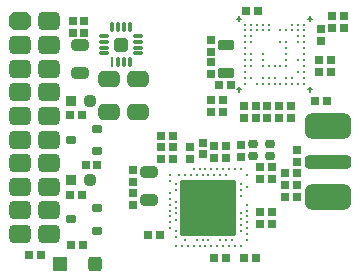
<source format=gbr>
%TF.GenerationSoftware,Altium Limited,Altium Designer,24.3.1 (35)*%
G04 Layer_Color=8388736*
%FSLAX45Y45*%
%MOMM*%
%TF.SameCoordinates,49A6F1C3-9DA9-4727-8ECF-3BB51FF8743F*%
%TF.FilePolarity,Negative*%
%TF.FileFunction,Soldermask,Top*%
%TF.Part,Single*%
G01*
G75*
%TA.AperFunction,BGAPad,CuDef*%
%ADD14C,0.26000*%
%TA.AperFunction,NonConductor*%
%ADD41C,0.15000*%
%TA.AperFunction,ConnectorPad*%
G04:AMPARAMS|DCode=60|XSize=2.15mm|YSize=3.95mm|CornerRadius=0.575mm|HoleSize=0mm|Usage=FLASHONLY|Rotation=270.000|XOffset=0mm|YOffset=0mm|HoleType=Round|Shape=RoundedRectangle|*
%AMROUNDEDRECTD60*
21,1,2.15000,2.80000,0,0,270.0*
21,1,1.00000,3.95000,0,0,270.0*
1,1,1.15000,-1.40000,-0.50000*
1,1,1.15000,-1.40000,0.50000*
1,1,1.15000,1.40000,0.50000*
1,1,1.15000,1.40000,-0.50000*
%
%ADD60ROUNDEDRECTD60*%
%TA.AperFunction,SMDPad,CuDef*%
G04:AMPARAMS|DCode=61|XSize=0.75mm|YSize=0.75mm|CornerRadius=0.225mm|HoleSize=0mm|Usage=FLASHONLY|Rotation=270.000|XOffset=0mm|YOffset=0mm|HoleType=Round|Shape=RoundedRectangle|*
%AMROUNDEDRECTD61*
21,1,0.75000,0.30000,0,0,270.0*
21,1,0.30000,0.75000,0,0,270.0*
1,1,0.45000,-0.15000,-0.15000*
1,1,0.45000,-0.15000,0.15000*
1,1,0.45000,0.15000,0.15000*
1,1,0.45000,0.15000,-0.15000*
%
%ADD61ROUNDEDRECTD61*%
%TA.AperFunction,ComponentPad*%
G04:AMPARAMS|DCode=62|XSize=1.55mm|YSize=1.85mm|CornerRadius=0mm|HoleSize=0mm|Usage=FLASHONLY|Rotation=270.000|XOffset=0mm|YOffset=0mm|HoleType=Round|Shape=Octagon|*
%AMOCTAGOND62*
4,1,8,0.92500,0.38750,0.92500,-0.38750,0.53750,-0.77500,-0.53750,-0.77500,-0.92500,-0.38750,-0.92500,0.38750,-0.53750,0.77500,0.53750,0.77500,0.92500,0.38750,0.0*
%
%ADD62OCTAGOND62*%

G04:AMPARAMS|DCode=63|XSize=1.55mm|YSize=1.85mm|CornerRadius=0.425mm|HoleSize=0mm|Usage=FLASHONLY|Rotation=270.000|XOffset=0mm|YOffset=0mm|HoleType=Round|Shape=RoundedRectangle|*
%AMROUNDEDRECTD63*
21,1,1.55000,1.00000,0,0,270.0*
21,1,0.70000,1.85000,0,0,270.0*
1,1,0.85000,-0.50000,-0.35000*
1,1,0.85000,-0.50000,0.35000*
1,1,0.85000,0.50000,0.35000*
1,1,0.85000,0.50000,-0.35000*
%
%ADD63ROUNDEDRECTD63*%
%TA.AperFunction,ConnectorPad*%
G04:AMPARAMS|DCode=102|XSize=1.15mm|YSize=3.95mm|CornerRadius=0.325mm|HoleSize=0mm|Usage=FLASHONLY|Rotation=270.000|XOffset=0mm|YOffset=0mm|HoleType=Round|Shape=RoundedRectangle|*
%AMROUNDEDRECTD102*
21,1,1.15000,3.30000,0,0,270.0*
21,1,0.50000,3.95000,0,0,270.0*
1,1,0.65000,-1.65000,-0.25000*
1,1,0.65000,-1.65000,0.25000*
1,1,0.65000,1.65000,0.25000*
1,1,0.65000,1.65000,-0.25000*
%
%ADD102ROUNDEDRECTD102*%
%TA.AperFunction,SMDPad,CuDef*%
G04:AMPARAMS|DCode=103|XSize=0.75mm|YSize=0.75mm|CornerRadius=0.225mm|HoleSize=0mm|Usage=FLASHONLY|Rotation=180.000|XOffset=0mm|YOffset=0mm|HoleType=Round|Shape=RoundedRectangle|*
%AMROUNDEDRECTD103*
21,1,0.75000,0.30000,0,0,180.0*
21,1,0.30000,0.75000,0,0,180.0*
1,1,0.45000,-0.15000,0.15000*
1,1,0.45000,0.15000,0.15000*
1,1,0.45000,0.15000,-0.15000*
1,1,0.45000,-0.15000,-0.15000*
%
%ADD103ROUNDEDRECTD103*%
G04:AMPARAMS|DCode=104|XSize=4.79mm|YSize=4.79mm|CornerRadius=0.2575mm|HoleSize=0mm|Usage=FLASHONLY|Rotation=0.000|XOffset=0mm|YOffset=0mm|HoleType=Round|Shape=RoundedRectangle|*
%AMROUNDEDRECTD104*
21,1,4.79000,4.27500,0,0,0.0*
21,1,4.27500,4.79000,0,0,0.0*
1,1,0.51500,2.13750,-2.13750*
1,1,0.51500,-2.13750,-2.13750*
1,1,0.51500,-2.13750,2.13750*
1,1,0.51500,2.13750,2.13750*
%
%ADD104ROUNDEDRECTD104*%
%TA.AperFunction,BGAPad,CuDef*%
%ADD105C,0.30000*%
%TA.AperFunction,SMDPad,CuDef*%
%ADD106O,0.16500X0.16560*%
%ADD107C,0.16500*%
G04:AMPARAMS|DCode=108|XSize=0.95mm|YSize=1.5mm|CornerRadius=0.275mm|HoleSize=0mm|Usage=FLASHONLY|Rotation=270.000|XOffset=0mm|YOffset=0mm|HoleType=Round|Shape=RoundedRectangle|*
%AMROUNDEDRECTD108*
21,1,0.95000,0.95000,0,0,270.0*
21,1,0.40000,1.50000,0,0,270.0*
1,1,0.55000,-0.47500,-0.20000*
1,1,0.55000,-0.47500,0.20000*
1,1,0.55000,0.47500,0.20000*
1,1,0.55000,0.47500,-0.20000*
%
%ADD108ROUNDEDRECTD108*%
G04:AMPARAMS|DCode=109|XSize=0.84mm|YSize=1.39mm|CornerRadius=0.22mm|HoleSize=0mm|Usage=FLASHONLY|Rotation=90.000|XOffset=0mm|YOffset=0mm|HoleType=Round|Shape=RoundedRectangle|*
%AMROUNDEDRECTD109*
21,1,0.84000,0.95000,0,0,90.0*
21,1,0.40000,1.39000,0,0,90.0*
1,1,0.44000,0.47500,0.20000*
1,1,0.44000,0.47500,-0.20000*
1,1,0.44000,-0.47500,-0.20000*
1,1,0.44000,-0.47500,0.20000*
%
%ADD109ROUNDEDRECTD109*%
%ADD110R,0.29000X0.81000*%
G04:AMPARAMS|DCode=111|XSize=0.29mm|YSize=0.81mm|CornerRadius=0.0875mm|HoleSize=0mm|Usage=FLASHONLY|Rotation=180.000|XOffset=0mm|YOffset=0mm|HoleType=Round|Shape=RoundedRectangle|*
%AMROUNDEDRECTD111*
21,1,0.29000,0.63500,0,0,180.0*
21,1,0.11500,0.81000,0,0,180.0*
1,1,0.17500,-0.05750,0.31750*
1,1,0.17500,0.05750,0.31750*
1,1,0.17500,0.05750,-0.31750*
1,1,0.17500,-0.05750,-0.31750*
%
%ADD111ROUNDEDRECTD111*%
G04:AMPARAMS|DCode=112|XSize=0.29mm|YSize=0.81mm|CornerRadius=0.0875mm|HoleSize=0mm|Usage=FLASHONLY|Rotation=90.000|XOffset=0mm|YOffset=0mm|HoleType=Round|Shape=RoundedRectangle|*
%AMROUNDEDRECTD112*
21,1,0.29000,0.63500,0,0,90.0*
21,1,0.11500,0.81000,0,0,90.0*
1,1,0.17500,0.31750,0.05750*
1,1,0.17500,0.31750,-0.05750*
1,1,0.17500,-0.31750,-0.05750*
1,1,0.17500,-0.31750,0.05750*
%
%ADD112ROUNDEDRECTD112*%
G04:AMPARAMS|DCode=113|XSize=1.19mm|YSize=1.19mm|CornerRadius=0.3125mm|HoleSize=0mm|Usage=FLASHONLY|Rotation=90.000|XOffset=0mm|YOffset=0mm|HoleType=Round|Shape=RoundedRectangle|*
%AMROUNDEDRECTD113*
21,1,1.19000,0.56500,0,0,90.0*
21,1,0.56500,1.19000,0,0,90.0*
1,1,0.62500,0.28250,0.28250*
1,1,0.62500,0.28250,-0.28250*
1,1,0.62500,-0.28250,-0.28250*
1,1,0.62500,-0.28250,0.28250*
%
%ADD113ROUNDEDRECTD113*%
G04:AMPARAMS|DCode=114|XSize=0.79mm|YSize=0.69mm|CornerRadius=0.1825mm|HoleSize=0mm|Usage=FLASHONLY|Rotation=0.000|XOffset=0mm|YOffset=0mm|HoleType=Round|Shape=RoundedRectangle|*
%AMROUNDEDRECTD114*
21,1,0.79000,0.32500,0,0,0.0*
21,1,0.42500,0.69000,0,0,0.0*
1,1,0.36500,0.21250,-0.16250*
1,1,0.36500,-0.21250,-0.16250*
1,1,0.36500,-0.21250,0.16250*
1,1,0.36500,0.21250,0.16250*
%
%ADD114ROUNDEDRECTD114*%
%TA.AperFunction,BGAPad,SMDef*%
%ADD115C,0.21000*%
%TA.AperFunction,BGAPad,CuDef*%
%ADD116C,0.29000*%
%ADD117C,0.16500*%
%TA.AperFunction,SMDPad,CuDef*%
G04:AMPARAMS|DCode=118|XSize=0.75mm|YSize=0.85mm|CornerRadius=0.225mm|HoleSize=0mm|Usage=FLASHONLY|Rotation=270.000|XOffset=0mm|YOffset=0mm|HoleType=Round|Shape=RoundedRectangle|*
%AMROUNDEDRECTD118*
21,1,0.75000,0.40000,0,0,270.0*
21,1,0.30000,0.85000,0,0,270.0*
1,1,0.45000,-0.20000,-0.15000*
1,1,0.45000,-0.20000,0.15000*
1,1,0.45000,0.20000,0.15000*
1,1,0.45000,0.20000,-0.15000*
%
%ADD118ROUNDEDRECTD118*%
%ADD119R,0.95000X0.95000*%
G04:AMPARAMS|DCode=120|XSize=0.95mm|YSize=0.95mm|CornerRadius=0.275mm|HoleSize=0mm|Usage=FLASHONLY|Rotation=90.000|XOffset=0mm|YOffset=0mm|HoleType=Round|Shape=RoundedRectangle|*
%AMROUNDEDRECTD120*
21,1,0.95000,0.40000,0,0,90.0*
21,1,0.40000,0.95000,0,0,90.0*
1,1,0.55000,0.20000,0.20000*
1,1,0.55000,0.20000,-0.20000*
1,1,0.55000,-0.20000,-0.20000*
1,1,0.55000,-0.20000,0.20000*
%
%ADD120ROUNDEDRECTD120*%
%ADD121R,1.25000X1.25000*%
G04:AMPARAMS|DCode=122|XSize=1.25mm|YSize=1.25mm|CornerRadius=0.35mm|HoleSize=0mm|Usage=FLASHONLY|Rotation=90.000|XOffset=0mm|YOffset=0mm|HoleType=Round|Shape=RoundedRectangle|*
%AMROUNDEDRECTD122*
21,1,1.25000,0.55000,0,0,90.0*
21,1,0.55000,1.25000,0,0,90.0*
1,1,0.70000,0.27500,0.27500*
1,1,0.70000,0.27500,-0.27500*
1,1,0.70000,-0.27500,-0.27500*
1,1,0.70000,-0.27500,0.27500*
%
%ADD122ROUNDEDRECTD122*%
G04:AMPARAMS|DCode=123|XSize=1.8mm|YSize=1.4mm|CornerRadius=0.3875mm|HoleSize=0mm|Usage=FLASHONLY|Rotation=180.000|XOffset=0mm|YOffset=0mm|HoleType=Round|Shape=RoundedRectangle|*
%AMROUNDEDRECTD123*
21,1,1.80000,0.62500,0,0,180.0*
21,1,1.02500,1.40000,0,0,180.0*
1,1,0.77500,-0.51250,0.31250*
1,1,0.77500,0.51250,0.31250*
1,1,0.77500,0.51250,-0.31250*
1,1,0.77500,-0.51250,-0.31250*
%
%ADD123ROUNDEDRECTD123*%
D14*
X2075000Y674999D02*
D03*
X1725000Y1074999D02*
D03*
X1825000Y424999D02*
D03*
X1925000D02*
D03*
X1975000D02*
D03*
X1575000D02*
D03*
X1525000D02*
D03*
X1775000Y1074999D02*
D03*
X1625000D02*
D03*
X2360000Y2250000D02*
D03*
X2410000D02*
D03*
X2460000D02*
D03*
X2410000Y2150000D02*
D03*
X2060000Y2100000D02*
D03*
X2560000D02*
D03*
X2060000Y2050000D02*
D03*
X2410000D02*
D03*
X2560000D02*
D03*
X2210000Y2000000D02*
D03*
X2410000D02*
D03*
X2560000D02*
D03*
X2210000Y1950000D02*
D03*
X2260000D02*
D03*
X2310000D02*
D03*
X2360000D02*
D03*
X2560000D02*
D03*
X2210000Y1850000D02*
D03*
X2260000D02*
D03*
X2310000D02*
D03*
X2160000Y1800000D02*
D03*
X2210000D02*
D03*
D41*
X2590000Y2350005D02*
X2630000D01*
X2609965Y2330000D02*
Y2370000D01*
X1990000Y1750005D02*
X2030000D01*
X2009965Y1730000D02*
Y1770000D01*
X1990000Y2350005D02*
X2030000D01*
X2009965Y2330000D02*
Y2370000D01*
X2590000Y1750005D02*
X2630000D01*
X2609965Y1730000D02*
Y1770000D01*
D60*
X2760000Y840000D02*
D03*
Y1440000D02*
D03*
D61*
X2190000Y1090000D02*
D03*
X2290000D02*
D03*
Y610000D02*
D03*
X2190000D02*
D03*
X2690000Y1900000D02*
D03*
X2790000D02*
D03*
X580000Y1530000D02*
D03*
X680000D02*
D03*
X2650000Y1650000D02*
D03*
X2750000D02*
D03*
X810000Y1110000D02*
D03*
X710000D02*
D03*
X2790000Y2000000D02*
D03*
X2690000D02*
D03*
X690000Y430000D02*
D03*
X590000D02*
D03*
X580000Y860000D02*
D03*
X680000D02*
D03*
X2400000Y1040000D02*
D03*
X2500000D02*
D03*
X2190000Y990000D02*
D03*
X2290000D02*
D03*
X2190000Y710000D02*
D03*
X2290000D02*
D03*
X1900000Y1169999D02*
D03*
X1800000D02*
D03*
X1900000Y1269999D02*
D03*
X1800000D02*
D03*
X2050000Y320000D02*
D03*
X2150000D02*
D03*
X1450000Y1360000D02*
D03*
X1350000D02*
D03*
X700000Y2230000D02*
D03*
X600000D02*
D03*
X700000Y2330000D02*
D03*
X600000D02*
D03*
X1940000Y1790000D02*
D03*
X1840000D02*
D03*
X2069800Y2415903D02*
D03*
X2169800D02*
D03*
X1800000Y320000D02*
D03*
X1900000D02*
D03*
X230000Y350000D02*
D03*
X330000D02*
D03*
X1340000Y519999D02*
D03*
X1240000D02*
D03*
D62*
X157000Y2326000D02*
D03*
D63*
Y2126000D02*
D03*
Y1926000D02*
D03*
Y1726000D02*
D03*
Y1526000D02*
D03*
Y1326000D02*
D03*
Y1126000D02*
D03*
X403000Y2326000D02*
D03*
Y2126000D02*
D03*
Y1926000D02*
D03*
Y1726000D02*
D03*
Y1526000D02*
D03*
Y1326000D02*
D03*
Y1126000D02*
D03*
X157000Y926000D02*
D03*
Y726000D02*
D03*
X403000Y926000D02*
D03*
Y726000D02*
D03*
X157000Y526000D02*
D03*
X403000D02*
D03*
D102*
X2760000Y1140000D02*
D03*
D103*
X2500000Y840000D02*
D03*
Y940000D02*
D03*
X2150000Y1510000D02*
D03*
Y1610000D02*
D03*
X2350000D02*
D03*
Y1510000D02*
D03*
X2050000D02*
D03*
Y1610000D02*
D03*
X2900000Y2370000D02*
D03*
Y2270000D02*
D03*
X2800000Y2370000D02*
D03*
Y2270000D02*
D03*
X2250000Y1610000D02*
D03*
Y1510000D02*
D03*
X2450000Y1610000D02*
D03*
Y1510000D02*
D03*
X1700000Y1299999D02*
D03*
Y1200000D02*
D03*
X1870000Y1660000D02*
D03*
Y1560000D02*
D03*
X2500000Y1140000D02*
D03*
Y1240000D02*
D03*
X2400000Y840000D02*
D03*
Y940000D02*
D03*
X1590000Y1160000D02*
D03*
Y1260000D02*
D03*
X1350000Y1160000D02*
D03*
Y1260000D02*
D03*
X1110000Y870000D02*
D03*
Y770000D02*
D03*
Y970000D02*
D03*
Y1069999D02*
D03*
X2030000Y1180000D02*
D03*
Y1280000D02*
D03*
X1450000Y1160000D02*
D03*
Y1260000D02*
D03*
X1770000Y1660000D02*
D03*
Y1560000D02*
D03*
X2700000Y2260000D02*
D03*
Y2160000D02*
D03*
X1770000Y1880000D02*
D03*
Y1980000D02*
D03*
Y2170000D02*
D03*
Y2070000D02*
D03*
D104*
X1750000Y749999D02*
D03*
D105*
X2075000Y524999D02*
D03*
X2024995Y599999D02*
D03*
X2075000Y924999D02*
D03*
Y774999D02*
D03*
Y724999D02*
D03*
Y624999D02*
D03*
Y574999D02*
D03*
X2025000Y949999D02*
D03*
Y899999D02*
D03*
Y849999D02*
D03*
Y649999D02*
D03*
Y549999D02*
D03*
Y699999D02*
D03*
X1425000Y1024999D02*
D03*
Y974999D02*
D03*
X1475000Y949999D02*
D03*
Y899999D02*
D03*
X1425000Y874999D02*
D03*
Y824999D02*
D03*
X1475000Y799999D02*
D03*
X1425000Y774999D02*
D03*
X1475000Y749999D02*
D03*
X1425000Y724999D02*
D03*
Y674999D02*
D03*
X1475000Y645000D02*
D03*
X1425000Y624999D02*
D03*
Y574999D02*
D03*
X1475000Y549999D02*
D03*
Y499999D02*
D03*
X1800000Y1024999D02*
D03*
X1850000D02*
D03*
X1900000D02*
D03*
X2075000D02*
D03*
X1700000D02*
D03*
X1650000D02*
D03*
X1600000D02*
D03*
X1550000D02*
D03*
X1500000D02*
D03*
X1750000D02*
D03*
Y474999D02*
D03*
X1850000D02*
D03*
X1900000D02*
D03*
X1950000D02*
D03*
X2075000D02*
D03*
X1775000Y424999D02*
D03*
X1875000D02*
D03*
X2025000D02*
D03*
X1675000D02*
D03*
X1625000D02*
D03*
X1475000D02*
D03*
X1700000Y474999D02*
D03*
X1650000D02*
D03*
X1550000D02*
D03*
X1725000Y424999D02*
D03*
X1825000Y1074999D02*
D03*
X1875000D02*
D03*
X1925000D02*
D03*
X1975000D02*
D03*
X2025000D02*
D03*
X1675000D02*
D03*
X1475000Y699999D02*
D03*
D106*
X2075000Y824999D02*
D03*
D107*
X1475000Y850000D02*
D03*
X1800000Y474999D02*
D03*
D108*
X660000Y2130000D02*
D03*
Y1890000D02*
D03*
X1250000Y1049999D02*
D03*
Y809999D02*
D03*
D109*
X1900000Y1890000D02*
D03*
Y2130000D02*
D03*
D110*
X935000Y1985000D02*
D03*
D111*
X985000D02*
D03*
X1035000D02*
D03*
X1085000D02*
D03*
Y2275000D02*
D03*
X1035000D02*
D03*
X985000D02*
D03*
X935000D02*
D03*
D112*
X1155000Y2055000D02*
D03*
Y2105000D02*
D03*
Y2155000D02*
D03*
Y2205000D02*
D03*
X865000D02*
D03*
Y2155000D02*
D03*
Y2105000D02*
D03*
Y2055000D02*
D03*
D113*
X1010000Y2130000D02*
D03*
D114*
X2130000Y1190000D02*
D03*
X2270000D02*
D03*
Y1290000D02*
D03*
X2130000D02*
D03*
D115*
X2060000Y2300000D02*
D03*
X2560000D02*
D03*
X2110000Y2250000D02*
D03*
Y1850000D02*
D03*
X2060000Y1800000D02*
D03*
X2560000D02*
D03*
X2510000Y2250000D02*
D03*
D116*
X2110000Y2300000D02*
D03*
X2160000D02*
D03*
X2210000D02*
D03*
X2260000D02*
D03*
X2460000D02*
D03*
X2510000D02*
D03*
X2060000Y2250000D02*
D03*
X2160000D02*
D03*
X2210000D02*
D03*
X2260000D02*
D03*
X2560000D02*
D03*
X2060000Y2200000D02*
D03*
X2110000D02*
D03*
X2510000D02*
D03*
X2560000D02*
D03*
X2060000Y2150000D02*
D03*
X2110000D02*
D03*
X2360000D02*
D03*
X2510000D02*
D03*
X2560000D02*
D03*
X2410000Y2100000D02*
D03*
X2110000Y2050000D02*
D03*
X2210000D02*
D03*
X2060000Y2000000D02*
D03*
X2110000D02*
D03*
X2510000D02*
D03*
X2060000Y1950000D02*
D03*
X2110000D02*
D03*
X2410000D02*
D03*
X2060000Y1900000D02*
D03*
X2510000D02*
D03*
X2560000D02*
D03*
X2060000Y1850000D02*
D03*
X2410000D02*
D03*
X2460000D02*
D03*
X2560000D02*
D03*
X2260000Y1800000D02*
D03*
X2310000D02*
D03*
X2360000D02*
D03*
X2410000D02*
D03*
X2460000D02*
D03*
X2510000D02*
D03*
D117*
X2310000Y2300000D02*
D03*
X2360000D02*
D03*
X2410000D02*
D03*
X2310000Y2250000D02*
D03*
X2210000Y2150000D02*
D03*
X2260000D02*
D03*
X2310000D02*
D03*
X2110000Y2100000D02*
D03*
X2210000D02*
D03*
X2510000D02*
D03*
Y2050000D02*
D03*
Y1950000D02*
D03*
X2110000Y1900000D02*
D03*
X2160000Y1850000D02*
D03*
X2360000D02*
D03*
X2110000Y1800000D02*
D03*
D118*
X810000Y1225000D02*
D03*
Y1415000D02*
D03*
X590000Y1320000D02*
D03*
X810000Y555000D02*
D03*
Y745000D02*
D03*
X590000Y650000D02*
D03*
D119*
X590000Y1650000D02*
D03*
Y980000D02*
D03*
D120*
X750000Y1650000D02*
D03*
Y980000D02*
D03*
D121*
X490000Y270000D02*
D03*
D122*
X790000D02*
D03*
D123*
X1150000Y1840000D02*
D03*
Y1560000D02*
D03*
X910000D02*
D03*
Y1840000D02*
D03*
%TF.MD5,3fc269b684b1494eb431a5fb99bdeb2a*%
M02*

</source>
